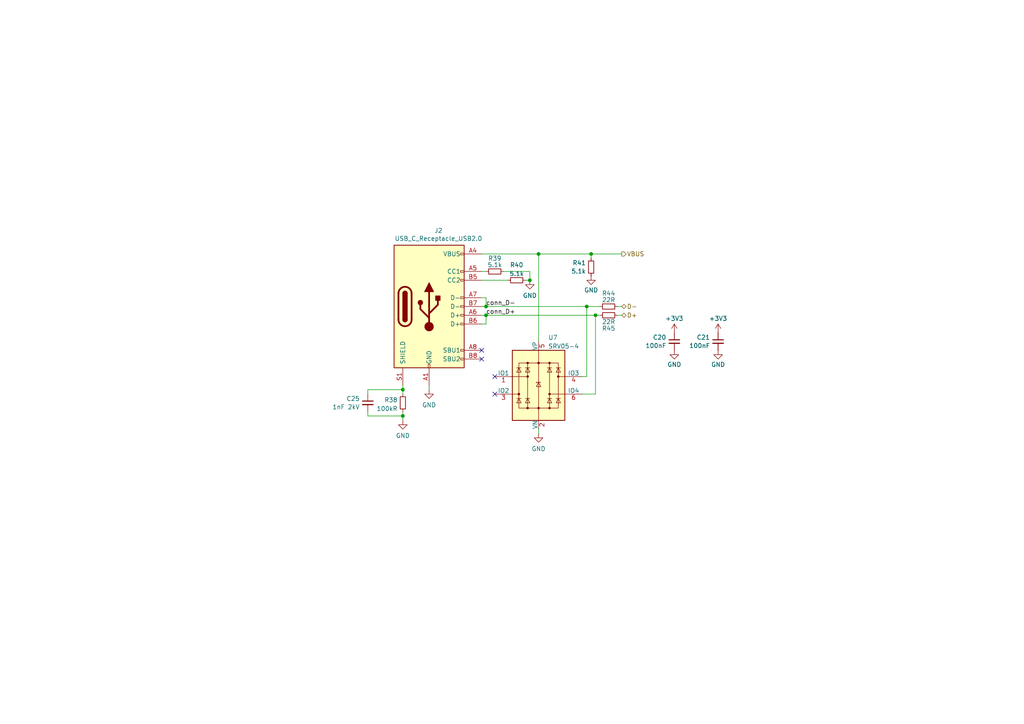
<source format=kicad_sch>
(kicad_sch (version 20231120) (generator "eeschema") (generator_version "8.0")
  (paper "A4")
  (lib_symbols
    (symbol "Connector:USB_C_Receptacle_USB2.0" (pin_names (offset 1.016))
      (property "Reference" "J" (at -10.16 19.05 0))
      (property "Value" "USB_C_Receptacle_USB2.0" (at 19.05 19.05 0))
      (symbol "USB_C_Receptacle_USB2.0_0_0"
        (rectangle (start -0.254 -17.78) (end 0.254 -16.764))
        (rectangle (start 10.16 -14.986) (end 9.144 -15.494))
        (rectangle (start 10.16 -12.446) (end 9.144 -12.954))
        (rectangle (start 10.16 -4.826) (end 9.144 -5.334))
        (rectangle (start 10.16 -2.286) (end 9.144 -2.794))
        (rectangle (start 10.16 0.254) (end 9.144 -0.254))
        (rectangle (start 10.16 2.794) (end 9.144 2.286))
        (rectangle (start 10.16 7.874) (end 9.144 7.366))
        (rectangle (start 10.16 10.414) (end 9.144 9.906))
        (rectangle (start 10.16 15.494) (end 9.144 14.986))
      )
      (symbol "USB_C_Receptacle_USB2.0_0_1"
        (rectangle (start -10.16 17.78) (end 10.16 -17.78) (stroke (width 0.254)) (fill (type background)))
        (arc (start -8.89 -3.81) (mid -6.985 -5.7067) (end -5.08 -3.81) (stroke (width 0.508)))
        (arc (start -7.62 -3.81) (mid -6.985 -4.4423) (end -6.35 -3.81) (stroke (width 0.254)))
        (arc (start -7.62 -3.81) (mid -6.985 -4.4423) (end -6.35 -3.81) (stroke (width 0.254)) (fill (type outline)))
        (rectangle (start -7.62 -3.81) (end -6.35 3.81) (stroke (width 0.254)) (fill (type outline)))
        (arc (start -6.35 3.81) (mid -6.985 4.4423) (end -7.62 3.81) (stroke (width 0.254)))
        (arc (start -6.35 3.81) (mid -6.985 4.4423) (end -7.62 3.81) (stroke (width 0.254)) (fill (type outline)))
        (arc (start -5.08 3.81) (mid -6.985 5.7067) (end -8.89 3.81) (stroke (width 0.508)))
        (circle (center -2.54 1.143) (radius 0.635) (stroke (width 0.254)) (fill (type outline)))
        (circle (center 0 -5.842) (radius 1.27) (fill (type outline)))
        (polyline (pts (xy -8.89 -3.81) (xy -8.89 3.81)) (stroke (width 0.508)))
        (polyline (pts (xy -5.08 3.81) (xy -5.08 -3.81)) (stroke (width 0.508)))
        (polyline (pts (xy 0 -5.842) (xy 0 4.318)) (stroke (width 0.508)))
        (polyline (pts (xy 0 -3.302) (xy -2.54 -0.762) (xy -2.54 0.508)) (stroke (width 0.508)))
        (polyline (pts (xy 0 -2.032) (xy 2.54 0.508) (xy 2.54 1.778)) (stroke (width 0.508)))
        (polyline (pts (xy -1.27 4.318) (xy 0 6.858) (xy 1.27 4.318) (xy -1.27 4.318)) (stroke (width 0.254)) (fill (type outline)))
        (rectangle (start 1.905 1.778) (end 3.175 3.048) (stroke (width 0.254)) (fill (type outline)))
      )
      (symbol "USB_C_Receptacle_USB2.0_1_1"
        (pin passive line (at 0 -22.86 90) (length 5.08) (name "GND") (number "A1"))
        (pin passive line (at 0 -22.86 90) (length 5.08) hide (name "GND") (number "A12"))
        (pin passive line (at 15.24 15.24 180) (length 5.08) (name "VBUS") (number "A4"))
        (pin bidirectional line (at 15.24 10.16 180) (length 5.08) (name "CC1") (number "A5"))
        (pin bidirectional line (at 15.24 -2.54 180) (length 5.08) (name "D+") (number "A6"))
        (pin bidirectional line (at 15.24 2.54 180) (length 5.08) (name "D-") (number "A7"))
        (pin bidirectional line (at 15.24 -12.7 180) (length 5.08) (name "SBU1") (number "A8"))
        (pin passive line (at 15.24 15.24 180) (length 5.08) hide (name "VBUS") (number "A9"))
        (pin passive line (at 0 -22.86 90) (length 5.08) hide (name "GND") (number "B1"))
        (pin passive line (at 0 -22.86 90) (length 5.08) hide (name "GND") (number "B12"))
        (pin passive line (at 15.24 15.24 180) (length 5.08) hide (name "VBUS") (number "B4"))
        (pin bidirectional line (at 15.24 7.62 180) (length 5.08) (name "CC2") (number "B5"))
        (pin bidirectional line (at 15.24 -5.08 180) (length 5.08) (name "D+") (number "B6"))
        (pin bidirectional line (at 15.24 0 180) (length 5.08) (name "D-") (number "B7"))
        (pin bidirectional line (at 15.24 -15.24 180) (length 5.08) (name "SBU2") (number "B8"))
        (pin passive line (at 15.24 15.24 180) (length 5.08) hide (name "VBUS") (number "B9"))
        (pin passive line (at -7.62 -22.86 90) (length 5.08) (name "SHIELD") (number "S1"))
      )
    )
    (symbol "Device:C_Small" (pin_numbers hide) (pin_names (offset 0.254) hide)
      (property "Reference" "C" (at 0.254 1.778 0))
      (property "Value" "C_Small" (at 0.254 -2.032 0))
      (symbol "C_Small_0_1"
        (polyline (pts (xy -1.524 -0.508) (xy 1.524 -0.508)) (stroke (width 0.3302)))
        (polyline (pts (xy -1.524 0.508) (xy 1.524 0.508)) (stroke (width 0.3048)))
      )
      (symbol "C_Small_1_1"
        (pin passive line (at 0 2.54 270) (length 2.032) (name "~") (number "1"))
        (pin passive line (at 0 -2.54 90) (length 2.032) (name "~") (number "2"))
      )
    )
    (symbol "Device:R_Small" (pin_numbers hide) (pin_names (offset 0.254) hide)
      (property "Reference" "R" (at 0.762 0.508 0))
      (property "Value" "R_Small" (at 0.762 -1.016 0))
      (symbol "R_Small_0_1"
        (rectangle (start -0.762 1.778) (end 0.762 -1.778) (stroke (width 0.2032)))
      )
      (symbol "R_Small_1_1"
        (pin passive line (at 0 2.54 270) (length 0.762) (name "~") (number "1"))
        (pin passive line (at 0 -2.54 90) (length 0.762) (name "~") (number "2"))
      )
    )
    (symbol "GND_1" (power) (pin_numbers hide) (pin_names (offset 0) hide)
      (property "Value" "GND" (at 0 -3.81 0))
      (symbol "GND_1_0_1"
        (polyline (pts (xy 0 0) (xy 0 -1.27) (xy 1.27 -1.27) (xy 0 -2.54) (xy -1.27 -1.27) (xy 0 -1.27)))
      )
      (symbol "GND_1_1_1"
        (pin power_in line (at 0 0 270) (length 0) (name "~") (number "1"))
      )
    )
    (symbol "GND_2" (power) (pin_numbers hide) (pin_names (offset 0) hide)
      (property "Value" "GND" (at 0 -3.81 0))
      (symbol "GND_2_0_1"
        (polyline (pts (xy 0 0) (xy 0 -1.27) (xy 1.27 -1.27) (xy 0 -2.54) (xy -1.27 -1.27) (xy 0 -1.27)))
      )
      (symbol "GND_2_1_1"
        (pin power_in line (at 0 0 270) (length 0) (name "~") (number "1"))
      )
    )
    (symbol "Power_Protection:SRV05-4" (pin_names (offset 0))
      (property "Reference" "U" (at -5.08 11.43 0))
      (property "Value" "SRV05-4" (at 2.54 11.43 0))
      (symbol "SRV05-4_0_0"
        (rectangle (start -5.715 6.477) (end 5.715 -6.604))
        (polyline (pts (xy -3.175 -6.604) (xy -3.175 6.477)))
        (polyline (pts (xy 3.175 6.477) (xy 3.175 -6.604)))
      )
      (symbol "SRV05-4_0_1"
        (rectangle (start -7.62 10.16) (end 7.62 -10.16) (stroke (width 0.254)) (fill (type background)))
        (circle (center -5.715 -2.54) (radius 0.2794) (fill (type outline)))
        (circle (center -3.175 -6.604) (radius 0.2794) (fill (type outline)))
        (circle (center -3.175 2.54) (radius 0.2794) (fill (type outline)))
        (circle (center -3.175 6.477) (radius 0.2794) (fill (type outline)))
        (circle (center 0 -6.604) (radius 0.2794) (fill (type outline)))
        (polyline (pts (xy -7.747 2.54) (xy -3.175 2.54)))
        (polyline (pts (xy -7.62 -2.54) (xy -5.715 -2.54)))
        (polyline (pts (xy -5.08 -3.81) (xy -6.35 -3.81)))
        (polyline (pts (xy -5.08 5.08) (xy -6.35 5.08)))
        (polyline (pts (xy -2.54 -3.81) (xy -3.81 -3.81)))
        (polyline (pts (xy -2.54 5.08) (xy -3.81 5.08)))
        (polyline (pts (xy 0 10.16) (xy 0 -10.16)))
        (polyline (pts (xy 3.81 -3.81) (xy 2.54 -3.81)))
        (polyline (pts (xy 3.81 5.08) (xy 2.54 5.08)))
        (polyline (pts (xy 6.35 -3.81) (xy 5.08 -3.81)))
        (polyline (pts (xy 6.35 5.08) (xy 5.08 5.08)))
        (polyline (pts (xy 7.62 -2.54) (xy 3.175 -2.54)))
        (polyline (pts (xy 7.62 2.54) (xy 5.715 2.54)))
        (polyline (pts (xy 0.635 0.889) (xy -0.635 0.889) (xy -0.635 0.635)))
        (polyline (pts (xy -5.08 -5.08) (xy -6.35 -5.08) (xy -5.715 -3.81) (xy -5.08 -5.08)))
        (polyline (pts (xy -5.08 3.81) (xy -6.35 3.81) (xy -5.715 5.08) (xy -5.08 3.81)))
        (polyline (pts (xy -2.54 -5.08) (xy -3.81 -5.08) (xy -3.175 -3.81) (xy -2.54 -5.08)))
        (polyline (pts (xy -2.54 3.81) (xy -3.81 3.81) (xy -3.175 5.08) (xy -2.54 3.81)))
        (polyline (pts (xy 0.635 -0.381) (xy -0.635 -0.381) (xy 0 0.889) (xy 0.635 -0.381)))
        (polyline (pts (xy 3.81 -5.08) (xy 2.54 -5.08) (xy 3.175 -3.81) (xy 3.81 -5.08)))
        (polyline (pts (xy 3.81 3.81) (xy 2.54 3.81) (xy 3.175 5.08) (xy 3.81 3.81)))
        (polyline (pts (xy 6.35 -5.08) (xy 5.08 -5.08) (xy 5.715 -3.81) (xy 6.35 -5.08)))
        (polyline (pts (xy 6.35 3.81) (xy 5.08 3.81) (xy 5.715 5.08) (xy 6.35 3.81)))
        (circle (center 0 6.477) (radius 0.2794) (fill (type outline)))
        (circle (center 3.175 -6.604) (radius 0.2794) (fill (type outline)))
        (circle (center 3.175 -2.54) (radius 0.2794) (fill (type outline)))
        (circle (center 3.175 6.477) (radius 0.2794) (fill (type outline)))
        (circle (center 5.715 2.54) (radius 0.2794) (fill (type outline)))
      )
      (symbol "SRV05-4_1_1"
        (pin passive line (at -12.7 2.54 0) (length 5.08) (name "IO1") (number "1"))
        (pin passive line (at 0 -12.7 90) (length 2.54) (name "VN") (number "2"))
        (pin passive line (at -12.7 -2.54 0) (length 5.08) (name "IO2") (number "3"))
        (pin passive line (at 12.7 2.54 180) (length 5.08) (name "IO3") (number "4"))
        (pin passive line (at 0 12.7 270) (length 2.54) (name "VP") (number "5"))
        (pin passive line (at 12.7 -2.54 180) (length 5.08) (name "IO4") (number "6"))
      )
    )
    (symbol "power:+3V3" (power) (pin_numbers hide) (pin_names (offset 0) hide)
      (property "Value" "+3V3" (at 0 3.556 0))
      (symbol "+3V3_0_1"
        (polyline (pts (xy -0.762 1.27) (xy 0 2.54)))
        (polyline (pts (xy 0 0) (xy 0 2.54)))
        (polyline (pts (xy 0 2.54) (xy 0.762 1.27)))
      )
      (symbol "+3V3_1_1"
        (pin power_in line (at 0 0 90) (length 0) (name "~") (number "1"))
      )
    )
    (symbol "power:GND" (power) (pin_names (offset 0))
      (property "Value" "GND" (at 0 -3.81 0))
      (symbol "GND_0_1"
        (polyline (pts (xy 0 0) (xy 0 -1.27) (xy 1.27 -1.27) (xy 0 -2.54) (xy -1.27 -1.27) (xy 0 -1.27)))
      )
      (symbol "GND_1_1"
        (pin power_in line (at 0 0 270) (length 0) hide (name "GND") (number "1"))
      )
    )
  )
  (junction (at 153.67 81.28))
  (junction (at 172.72 91.44))
  (junction (at 156.21 73.66))
  (junction (at 170.18 88.9))
  (junction (at 116.84 120.65))
  (junction (at 171.45 73.66))
  (junction (at 140.97 91.44))
  (junction (at 140.97 88.9))
  (junction (at 116.84 113.03))
  (no_connect (at 139.7 101.6))
  (no_connect (at 143.51 109.22))
  (no_connect (at 139.7 104.14))
  (no_connect (at 143.51 114.3))
  (wire (pts (xy 106.68 120.65) (xy 106.68 119.38)))
  (wire (pts (xy 153.67 78.74) (xy 146.05 78.74)))
  (wire (pts (xy 116.84 119.38) (xy 116.84 120.65)))
  (wire (pts (xy 171.45 73.66) (xy 180.34 73.66)))
  (wire (pts (xy 116.84 120.65) (xy 106.68 120.65)))
  (wire (pts (xy 116.84 113.03) (xy 116.84 114.3)))
  (wire (pts (xy 140.97 91.44) (xy 172.72 91.44)))
  (wire (pts (xy 139.7 78.74) (xy 140.97 78.74)))
  (wire (pts (xy 179.07 91.44) (xy 180.34 91.44)))
  (wire (pts (xy 156.21 124.46) (xy 156.21 125.73)))
  (wire (pts (xy 139.7 91.44) (xy 140.97 91.44)))
  (wire (pts (xy 106.68 114.3) (xy 106.68 113.03)))
  (wire (pts (xy 153.67 81.28) (xy 153.67 78.74)))
  (wire (pts (xy 124.46 111.76) (xy 124.46 113.03)))
  (wire (pts (xy 156.21 73.66) (xy 171.45 73.66)))
  (wire (pts (xy 139.7 73.66) (xy 156.21 73.66)))
  (wire (pts (xy 156.21 73.66) (xy 156.21 99.06)))
  (wire (pts (xy 168.91 114.3) (xy 172.72 114.3)))
  (wire (pts (xy 171.45 73.66) (xy 171.45 74.93)))
  (wire (pts (xy 179.07 88.9) (xy 180.34 88.9)))
  (wire (pts (xy 139.7 86.36) (xy 140.97 86.36)))
  (wire (pts (xy 140.97 86.36) (xy 140.97 88.9)))
  (wire (pts (xy 116.84 111.76) (xy 116.84 113.03)))
  (wire (pts (xy 168.91 109.22) (xy 170.18 109.22)))
  (wire (pts (xy 152.4 81.28) (xy 153.67 81.28)))
  (wire (pts (xy 140.97 91.44) (xy 140.97 93.98)))
  (wire (pts (xy 172.72 91.44) (xy 173.99 91.44)))
  (wire (pts (xy 139.7 81.28) (xy 147.32 81.28)))
  (wire (pts (xy 170.18 88.9) (xy 170.18 109.22)))
  (wire (pts (xy 170.18 88.9) (xy 173.99 88.9)))
  (wire (pts (xy 139.7 93.98) (xy 140.97 93.98)))
  (wire (pts (xy 106.68 113.03) (xy 116.84 113.03)))
  (wire (pts (xy 172.72 114.3) (xy 172.72 91.44)))
  (wire (pts (xy 116.84 120.65) (xy 116.84 121.92)))
  (wire (pts (xy 140.97 88.9) (xy 170.18 88.9)))
  (wire (pts (xy 139.7 88.9) (xy 140.97 88.9)))
  (label "conn_D+" (at 140.97 91.44 0))
  (label "conn_D-" (at 140.97 88.9 0))
  (hierarchical_label "VBUS" (shape output) (at 180.34 73.66 0))
  (hierarchical_label "D-" (shape bidirectional) (at 180.34 88.9 0))
  (hierarchical_label "D+" (shape bidirectional) (at 180.34 91.44 0))
  (symbol (lib_id "power:GND") (at 153.67 81.28 0) (unit 1)
    (property "Reference" "#PWR045" (effects (hide yes)))
    (property "Value" "GND" (at 153.67 85.7234 0))
  )
  (symbol (lib_id "Device:R_Small") (at 176.53 88.9 270) (unit 1)
    (property "Reference" "R44" (at 176.53 85.09 90))
    (property "Value" "22R" (at 176.53 87.0005 90))
    (property "Footprint" "Resistor_SMD:R_0402_1005Metric" (effects (hide yes)))
    (property "LCSC" "C25092" (effects (hide yes)))
  )
  (symbol (lib_id "Connector:USB_C_Receptacle_USB2.0") (at 124.46 88.9 0) (unit 1)
    (property "Reference" "J2" (at 127.1778 66.8782 0))
    (property "Value" "USB_C_Receptacle_USB2.0" (at 127.1778 69.1896 0))
    (property "Footprint" "Connector_USB:USB_C_Receptacle_Palconn_UTC16-G" (effects (hide yes)))
    (property "Datasheet" "https://datasheet.lcsc.com/lcsc/2103051833_Jing-Extension-of-the-Electronic-Co.-918-418K2023S40001_C167321.pdf" (effects (hide yes)))
    (property "LCSC" "C167321" (effects (hide yes)))
  )
  (symbol (lib_id "power:GND") (at 116.84 121.92 0) (mirror y) (unit 1)
    (property "Reference" "#PWR043" (effects (hide yes)))
    (property "Value" "GND" (at 116.84 126.3634 0))
  )
  (symbol (lib_id "power:+3V3") (at 208.28 96.52 0) (unit 1)
    (property "Reference" "#PWR40" (effects (hide yes)))
    (property "Value" "+3V3" (at 208.28 92.3869 0))
    (property "Description" "Power symbol creates a global label with name \"+3V3\"" (effects (hide yes)))
  )
  (symbol (lib_id "Device:R_Small") (at 143.51 78.74 270) (mirror x) (unit 1)
    (property "Reference" "R39" (at 143.51 74.93 90))
    (property "Value" "5.1k" (at 143.51 76.8405 90))
    (property "Footprint" "Resistor_SMD:R_0402_1005Metric" (effects (hide yes)))
    (property "LCSC" "C25905" (effects (hide yes)))
  )
  (symbol (lib_id "Device:R_Small") (at 176.53 91.44 90) (unit 1)
    (property "Reference" "R45" (at 176.53 95.25 90))
    (property "Value" "22R" (at 176.53 93.3395 90))
    (property "Footprint" "Resistor_SMD:R_0402_1005Metric" (effects (hide yes)))
    (property "LCSC" "C25092" (effects (hide yes)))
  )
  (symbol (lib_id "Device:C_Small") (at 106.68 116.84 0) (unit 1)
    (property "Reference" "C25" (at 104.3559 115.6341 0) (effects (justify right)))
    (property "Value" "1nF 2kV" (at 104.3559 118.0584 0) (effects (justify right)))
    (property "Footprint" "Capacitor_SMD:C_1206_3216Metric" (effects (hide yes)))
    (property "Description" "Unpolarized capacitor, small symbol" (effects (hide yes)))
    (property "LCSC" "C9196" (effects (hide yes)))
  )
  (symbol (lib_id "Device:C_Small") (at 208.28 99.06 0) (unit 1)
    (property "Reference" "C21" (at 205.9559 97.8541 0) (effects (justify right)))
    (property "Value" "100nF" (at 205.9559 100.2784 0) (effects (justify right)))
    (property "Footprint" "Capacitor_SMD:C_0402_1005Metric" (effects (hide yes)))
    (property "Description" "Unpolarized capacitor, small symbol" (effects (hide yes)))
    (property "LCSC" "C1525" (effects (hide yes)))
  )
  (symbol (lib_name "GND_1") (lib_id "power:GND") (at 171.45 80.01 0) (unit 1)
    (property "Reference" "#PWR051" (effects (hide yes)))
    (property "Value" "GND" (at 171.45 84.1431 0))
    (property "Description" "Power symbol creates a global label with name \"GND\" , ground" (effects (hide yes)))
  )
  (symbol (lib_id "Power_Protection:SRV05-4") (at 156.21 111.76 0) (unit 1)
    (property "Reference" "U7" (at 158.9787 97.9002 0) (effects (justify left)))
    (property "Value" "SRV05-4" (at 158.9787 100.4371 0) (effects (justify left)))
    (property "Footprint" "Package_TO_SOT_SMD:SOT-23-6" (effects (hide yes)))
    (property "Datasheet" "http://www.onsemi.com/pub/Collateral/SRV05-4-D.PDF" (effects (hide yes)))
    (property "LCSC" "C85364" (effects (hide yes)))
  )
  (symbol (lib_id "Device:C_Small") (at 195.58 99.06 0) (unit 1)
    (property "Reference" "C20" (at 193.2559 97.8541 0) (effects (justify right)))
    (property "Value" "100nF" (at 193.2559 100.2784 0) (effects (justify right)))
    (property "Footprint" "Capacitor_SMD:C_0402_1005Metric" (effects (hide yes)))
    (property "Description" "Unpolarized capacitor, small symbol" (effects (hide yes)))
    (property "LCSC" "C1525" (effects (hide yes)))
  )
  (symbol (lib_id "Device:R_Small") (at 149.86 81.28 90) (mirror x) (unit 1)
    (property "Reference" "R40" (at 149.86 76.8436 90))
    (property "Value" "5.1k" (at 149.86 79.3805 90))
    (property "Footprint" "Resistor_SMD:R_0402_1005Metric" (effects (hide yes)))
    (property "LCSC" "C25905" (effects (hide yes)))
  )
  (symbol (lib_id "power:GND") (at 124.46 113.03 0) (unit 1)
    (property "Reference" "#PWR044" (effects (hide yes)))
    (property "Value" "GND" (at 124.46 117.4734 0))
  )
  (symbol (lib_id "power:+3V3") (at 195.58 96.52 0) (unit 1)
    (property "Reference" "#PWR39" (effects (hide yes)))
    (property "Value" "+3V3" (at 195.58 92.3869 0))
    (property "Description" "Power symbol creates a global label with name \"+3V3\"" (effects (hide yes)))
  )
  (symbol (lib_name "GND_2") (lib_id "power:GND") (at 195.58 101.6 0) (unit 1)
    (property "Reference" "#PWR37" (effects (hide yes)))
    (property "Value" "GND" (at 195.58 105.7331 0))
    (property "Description" "Power symbol creates a global label with name \"GND\" , ground" (effects (hide yes)))
  )
  (symbol (lib_id "power:GND") (at 156.21 125.73 0) (unit 1)
    (property "Reference" "#PWR046" (effects (hide yes)))
    (property "Value" "GND" (at 156.21 130.1734 0))
  )
  (symbol (lib_name "GND_2") (lib_id "power:GND") (at 208.28 101.6 0) (unit 1)
    (property "Reference" "#PWR38" (effects (hide yes)))
    (property "Value" "GND" (at 208.28 105.7331 0))
    (property "Description" "Power symbol creates a global label with name \"GND\" , ground" (effects (hide yes)))
  )
  (symbol (lib_id "Device:R_Small") (at 171.45 77.47 0) (unit 1)
    (property "Reference" "R41" (at 169.9514 76.2578 0) (effects (justify right)))
    (property "Value" "5.1k" (at 169.9514 78.6821 0) (effects (justify right)))
    (property "Footprint" "Resistor_SMD:R_0402_1005Metric" (effects (hide yes)))
    (property "LCSC" "C25905" (effects (hide yes)))
  )
  (symbol (lib_id "Device:R_Small") (at 116.84 116.84 0) (mirror y) (unit 1)
    (property "Reference" "R38" (at 115.3414 116.0053 0) (effects (justify left)))
    (property "Value" "100kR" (at 115.3414 118.5422 0) (effects (justify left)))
    (property "Footprint" "Resistor_SMD:R_1206_3216Metric" (effects (hide yes)))
    (property "LCSC" "C17900" (effects (hide yes)))
  )
)
</source>
